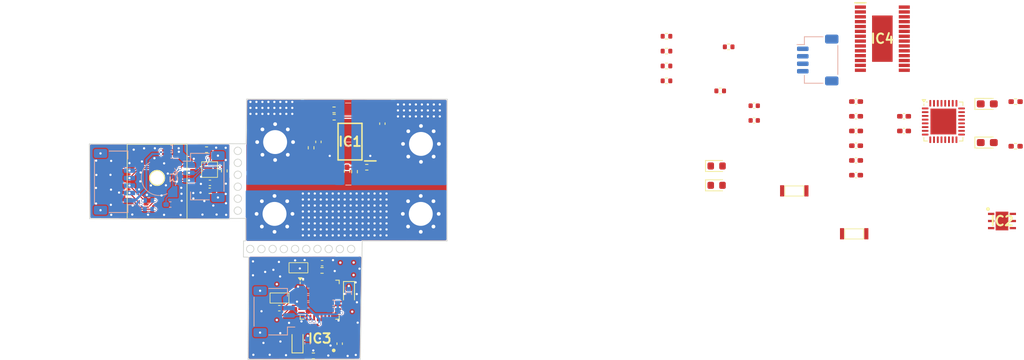
<source format=kicad_pcb>
(kicad_pcb (version 20240108) (generator "pcbnew") (generator_version "8.0")
  (layers (0 "F.Cu" signal) (31 "B.Cu" signal) (34 "B.Paste" user) (35 "F.Paste" user) (36 "B.SilkS" user "B.Silkscreen") (37 "F.SilkS" user "F.Silkscreen") (38 "B.Mask" user) (39 "F.Mask" user) (44 "Edge.Cuts" user))
  (net 0 "")
  (net 1 "GND")
  (net 2 "Net-(Tarvos1-MODE_1)")
  (net 3 "Net-(D1-A)")
  (net 4 "Net-(D2-A)")
  (net 5 "RX")
  (net 6 "TX")
  (net 7 "RX_GPS")
  (net 8 "TX_GPS")
  (net 9 "SCL_P")
  (net 10 "SDA_P")
  (net 12 "Net-(BT1-+)")
  (net 17 "Net-(Tarvos1-TX_IND)")
  (net 18 "Net-(Tarvos1-RX_IND)")
  (net 19 "Net-(Tarvos1-UTXD)")
  (net 20 "Net-(Tarvos1-URXD)")
  (net 21 "Net-(Tarvos1-BOOT)")
  (net 22 "VDD_IO")
  (net 23 "ADC1_IN2_CURR")
  (net 24 "+5V")
  (net 25 "ADC1_IN3_VBAT")
  (net 26 "VIN")
  (net 27 "Net-(IC1-A1)")
  (net 28 "Net-(IC1-OUT)")
  (net 29 "BAT+")
  (net 30 "Net-(IC1-A3)")
  (net 31 "Net-(PA1010D1-RX)")
  (net 32 "Net-(PA1010D1-TX)")
  (net 35 "Net-(U1-NRST)")
  (net 36 "Net-(U2-NRST)")
  (net 37 "Net-(U2-PH3)")
  (net 38 "Net-(D3-K)")
  (net 39 "Net-(D4-K)")
  (net 40 "Net-(D5-A)")
  (net 41 "Net-(D5-K)")
  (net 42 "Net-(D6-K)")
  (net 43 "Net-(D6-A)")
  (net 75 "ADC1_IN10")
  (net 76 "ADC1_IN9")
  (net 79 "LPRX")
  (net 80 "B2")
  (net 81 "ALIM")
  (net 83 "SWCLK")
  (net 85 "B1")
  (net 86 "SWO")
  (net 88 "SWDIO")
  (net 95 "LPTX")
  (net 103 "D+")
  (net 109 "ALIMGPS")
  (net 112 "D-")
  (net 114 "TIM1_CH2")
  (net 116 "TIM2_CH1")
  (footprint "" (layer "F.Cu") (at 87.37 68.46)
    (property "Reference" "")
    (property "Value" "")
  )
  (footprint "" (layer "F.Cu") (at 82.65 49.49)
    (property "Reference" "")
    (property "Value" "")
  )
  (footprint "kxt3:SW_KXT3" (layer "F.Cu") (at 152.6425 58.78)
    (property "Reference" "SW3" (hide yes))
    (property "Value" "RSTBTN" (hide yes))
  )
  (footprint "Resistor_SMD:R_0402_1005Metric" (layer "F.Cu") (at 129.425 33.59)
    (property "Reference" "R3" (hide yes))
    (property "Value" "1000" (hide yes))
  )
  (footprint "" (layer "F.Cu") (at 87.56 61.88)
    (property "Reference" "")
    (property "Value" "")
  )
  (footprint "" (layer "F.Cu") (at 85.78 61.9)
    (property "Reference" "")
    (property "Value" "")
  )
  (footprint "LDO40PURY:SON95P300X300X90-7N-D" (layer "F.Cu") (at 83.02 72.0425 180)
    (property "Reference" "IC3")
    (property "Value" "LDO40LPU33RY" (hide yes))
  )
  (footprint "kxt3:SW_KXT3" (layer "F.Cu") (at 82.075 61.8525 180)
    (property "Reference" "SW4" (hide yes))
    (property "Value" "boot" (hide yes))
  )
  (footprint "Resistor_SMD:R_0402_1005Metric" (layer "F.Cu") (at 67.88 46.78)
    (property "Reference" "R8" (hide yes))
    (property "Value" "2.2k" (hide yes))
  )
  (footprint "AT7456:SOP65P640X120-29N" (layer "F.Cu") (at 158.312 31.925)
    (property "Reference" "IC4")
    (property "Value" "AT7456E" (hide yes))
  )
  (footprint "Resistor_SMD:R_0402_1005Metric_Pad0.72x0.64mm_HandSolder" (layer "F.Cu") (at 176.1475 46.32)
    (property "Reference" "R24" (hide yes))
    (property "Value" "80R" (hide yes))
  )
  (footprint "Resistor_SMD:R_0402_1005Metric" (layer "F.Cu") (at 129.425 37.57)
    (property "Reference" "R5" (hide yes))
    (property "Value" "10k" (hide yes))
  )
  (footprint "Resistor_SMD:R_0402_1005Metric_Pad0.72x0.64mm_HandSolder" (layer "F.Cu") (at 83.33 62.9375)
    (property "Reference" "R21" (hide yes))
    (property "Value" "10k" (hide yes))
  )
  (footprint "" (layer "F.Cu") (at 87.55 63.55)
    (property "Reference" "")
    (property "Value" "")
  )
  (footprint "TestPoint:TestPoint_Pad_1.0x1.0mm" (layer "F.Cu") (at 91.02 50.18)
    (property "Reference" "REF**" (hide yes))
    (property "Value" "TestPoint_Pad_1.0x1.0mm" (hide yes))
  )
  (footprint "Resistor_SMD:R_0402_1005Metric" (layer "F.Cu") (at 129.425 31.6)
    (property "Reference" "R2" (hide yes))
    (property "Value" "220" (hide yes))
  )
  (footprint "kxt3:SW_KXT3" (layer "F.Cu") (at 144.625 53.04)
    (property "Reference" "SW1" (hide yes))
    (property "Value" "SW_Push" (hide yes))
  )
  (footprint "Capacitor_SMD:C_0402_1005Metric" (layer "F.Cu") (at 141.165 42.87)
    (property "Reference" "C2" (hide yes))
    (property "Value" "100u" (hide yes))
  )
  (footprint "MountingHole:MountingHole_3.2mm_M3_Pad_Via" (layer "F.Cu") (at 77.052944 45.762944)
    (property "Reference" "H2" (hide yes))
    (property "Value" "MountingHole_Pad" (hide yes))
  )
  (footprint "Capacitor_SMD:C_0402_1005Metric_Pad0.74x0.62mm_HandSolder" (layer "F.Cu") (at 154.7975 40.34)
    (property "Reference" "C11" (hide yes))
    (property "Value" "0.1u" (hide yes))
  )
  (footprint "PA1010D:PA1010D" (layer "F.Cu") (at 56.26 56.06)
    (property "Reference" "PA1010D1" (hide yes))
    (property "Value" "~" (hide yes))
  )
  (footprint "Capacitor_SMD:C_0402_1005Metric" (layer "F.Cu") (at 68.33 51.22)
    (property "Reference" "C5" (hide yes))
    (property "Value" "4.7u" (hide yes))
  )
  (footprint "LED_SMD:LED_0603_1608Metric_Pad1.05x0.95mm_HandSolder" (layer "F.Cu") (at 86.94 66.0825 -90)
    (property "Reference" "D6" (hide yes))
    (property "Value" "LED" (hide yes))
  )
  (footprint "" (layer "F.Cu") (at 84.06 49.48)
    (property "Reference" "")
    (property "Value" "")
  )
  (footprint "Resistor_SMD:R_0402_1005Metric" (layer "F.Cu") (at 136.613018 38.915)
    (property "Reference" "R6" (hide yes))
    (property "Value" "220" (hide yes))
  )
  (footprint "MountingHole:MountingHole_3.2mm_M3_Pad_Via" (layer "F.Cu") (at 96.57 46.01)
    (property "Reference" "H1" (hide yes))
    (property "Value" "MountingHole_Pad" (hide yes))
  )
  (footprint "Resistor_SMD:R_0402_1005Metric" (layer "F.Cu") (at 70.25 49.62 -90)
    (property "Reference" "R7" (hide yes))
    (property "Value" "2.2k" (hide yes))
  )
  (footprint "" (layer "F.Cu") (at 75.72 63.14)
    (property "Reference" "")
    (property "Value" "")
  )
  (footprint "TSC102:SOIC127P600X175-8N" (layer "F.Cu") (at 87.0755 45.705 180)
    (property "Reference" "IC1")
    (property "Value" "TSC102IDT" (hide yes))
  )
  (footprint "kxt3:SW_KXT3" (layer "F.Cu") (at 75.735 67.3625)
    (property "Reference" "SW5" (hide yes))
    (property "Value" "RSTBTN" (hide yes))
  )
  (footprint "Capacitor_SMD:C_0402_1005Metric_Pad0.74x0.62mm_HandSolder" (layer "F.Cu") (at 86.6775 49.7 90)
    (property "Reference" "C9" (hide yes))
    (property "Value" "100n" (hide yes))
  )
  (footprint "Resistor_SMD:R_0402_1005Metric" (layer "F.Cu") (at 129.425 35.58)
    (property "Reference" "R4" (hide yes))
    (property "Value" "1000" (hide yes))
  )
  (footprint "Capacitor_SMD:C_0402_1005Metric_Pad0.74x0.62mm_HandSolder" (layer "F.Cu") (at 154.7975 50.19)
    (property "Reference" "C17" (hide yes))
    (property "Value" "1u" (hide yes))
  )
  (footprint "" (layer "F.Cu") (at 89.68 50.18)
    (property "Reference" "")
    (property "Value" "")
  )
  (footprint "MountingHole:MountingHole_3.2mm_M3_Pad_Via" (layer "F.Cu") (at 96.542944 55.372944)
    (property "Reference" "H3" (hide yes))
    (property "Value" "MountingHole_Pad" (hide yes))
  )
  (footprint "LED_SMD:LED_0603_1608Metric_Pad1.05x0.95mm_HandSolder" (layer "F.Cu") (at 80.05 72.3125 90)
    (property "Reference" "D4" (hide yes))
    (property "Value" "LED" (hide yes))
  )
  (footprint "Capacitor_SMD:C_0402_1005Metric_Pad0.74x0.62mm_HandSolder" (layer "F.Cu") (at 154.7975 46.25)
    (property "Reference" "C15" (hide yes))
    (property "Value" "100n" (hide yes))
  )
  (footprint "Resistor_SMD:R_0402_1005Metric_Pad0.72x0.64mm_HandSolder" (layer "F.Cu") (at 89.3175 49.13)
    (property "Reference" "R13" (hide yes))
    (property "Value" "20k" (hide yes))
  )
  (footprint "Resistor_SMD:R_0402_1005Metric_Pad0.72x0.64mm_HandSolder" (layer "F.Cu") (at 81.8675 46.5275 90)
    (property "Reference" "R12" (hide yes))
    (property "Value" "1k" (hide yes))
  )
  (footprint "Capacitor_SMD:C_0402_1005Metric_Pad0.74x0.62mm_HandSolder" (layer "F.Cu") (at 154.7975 44.28)
    (property "Reference" "C14" (hide yes))
    (property "Value" "100n" (hide yes))
  )
  (footprint "Package_DFN_QFN:QFN-32-1EP_5x5mm_P0.5mm_EP3.45x3.45mm" (layer "F.Cu") (at 83.02 66.86)
    (property "Reference" "U2" (hide yes))
    (property "Value" "STM32L432KCUx" (hide yes))
  )
  (footprint "Capacitor_SMD:C_0402_1005Metric_Pad0.74x0.62mm_HandSolder" (layer "F.Cu") (at 161.2175 44.28)
    (property "Reference" "C26" (hide yes))
    (property "Value" "1u" (hide yes))
  )
  (footprint "Capacitor_SMD:C_0402_1005Metric_Pad0.74x0.62mm_HandSolder" (layer "F.Cu") (at 154.7975 48.22)
    (property "Reference" "C16" (hide yes))
    (property "Value" "10n" (hide yes))
  )
  (footprint "" (layer "F.Cu") (at 77.29 64.75)
    (property "Reference" "")
    (property "Value" "")
  )
  (footprint "LED_SMD:LED_0603_1608Metric_Pad1.05x0.95mm_HandSolder" (layer "F.Cu") (at 172.3525 45.83)
    (property "Reference" "D5" (hide yes))
    (property "Value" "LED" (hide yes))
  )
  (footprint "WSEN-PADS:WSEN-PADS" (layer "F.Cu") (at 68.18 48.72 180)
    (property "Reference" "WSEN-PADS1" (hide yes))
    (property "Value" "~" (hide yes))
  )
  (footprint "Resistor_SMD:R_0402_1005Metric_Pad0.72x0.64mm_HandSolder" (layer "F.Cu") (at 176.1475 40.35)
    (property "Reference" "R16" (hide yes))
    (property "Value" "80R" (hide yes))
  )
  (footprint "Package_DFN_QFN:QFN-32-1EP_5x5mm_P0.5mm_EP3.45x3.45mm" (layer "F.Cu") (at 166.4775 43.01)
    (property "Reference" "U1" (hide yes))
    (property "Value" "STM32L432KCUx" (hide yes))
  )
  (footprint "LED_SMD:LED_0603_1608Metric_Pad1.05x0.95mm_HandSolder" (layer "F.Cu") (at 172.3525 40.65)
    (property "Reference" "D3" (hide yes))
    (property "Value" "LED" (hide yes))
  )
  (footprint "Capacitor_SMD:C_0402_1005Metric" (layer "F.Cu") (at 68.3 52.28)
    (property "Reference" "C6" (hide yes))
    (property "Value" "100n" (hide yes))
  )
  (footprint "" (layer "F.Cu") (at 79.05 64.74)
    (property "Reference" "")
    (property "Value" "")
  )
  (footprint "LED_SMD:LED_0603_1608Metric" (layer "F.Cu") (at 136.135 51.55)
    (property "Reference" "D2" (hide yes))
    (property "Value" "LED_Small" (hide yes))
  )
  (footprint "" (layer "F.Cu") (at 77.28 69.57)
    (property "Reference" "")
    (property "Value" "")
  )
  (footprint "MountingHole:MountingHole_3.2mm_M3_Pad_Via" (layer "F.Cu") (at 76.972944 55.372944)
    (property "Reference" "H4" (hide yes))
    (property "Value" "MountingHole_Pad" (hide yes))
  )
  (footprint "Capacitor_SMD:C_0402_1005Metric_Pad0.74x0.62mm_HandSolder" (layer "F.Cu") (at 91.4075 43.3 90)
    (property "Reference" "C7" (hide yes))
    (property "Value" "10n" (hide yes))
  )
  (footprint "Capacitor_SMD:C_0402_1005Metric_Pad0.74x0.62mm_HandSolder" (layer "F.Cu") (at 161.2175 42.31)
    (property "Reference" "C25" (hide yes))
    (property "Value" "1u" (hide yes))
  )
  (footprint "Resistor_SMD:R_0402_1005Metric" (layer "F.Cu") (at 137.745 33.02)
    (property "Reference" "R1" (hide yes))
    (property "Value" "220" (hide yes))
  )
  (footprint "Capacitor_SMD:C_0402_1005Metric_Pad0.74x0.62mm_HandSolder" (layer "F.Cu") (at 85.69 72.7425 90)
    (property "Reference" "C27" (hide yes))
    (property "Value" "1u" (hide yes))
  )
  (footprint "Capacitor_SMD:C_0402_1005Metric_Pad0.74x0.62mm_HandSolder" (layer "F.Cu") (at 83.34 61.9675 180)
    (property "Reference" "C19" (hide yes))
    (property "Value" "10n" (hide yes))
  )
  (footprint "Resistor_SMD:R_0402_1005Metric_Pad0.72x0.64mm_HandSolder" (layer "F.Cu") (at 84.9575 42.43 180)
    (property "Reference" "R9" (hide yes))
    (property "Value" "100R" (hide yes))
  )
  (footprint "LDO40PURY:SON95P300X300X90-7N-D" (layer "F.Cu") (at 174.3225 56.325)
    (property "Reference" "IC2")
    (property "Value" "LDO40LPU33RY" (hide yes))
  )
  (footprint "Resistor_SMD:R_0402_1005Metric_Pad0.72x0.64mm_HandSolder" (layer "F.Cu") (at 84.9375 41.45 180)
    (property "Reference" "R11" (hide yes))
    (property "Value" "2k" (hide yes))
  )
  (footprint "Capacitor_SMD:C_0402_1005Metric_Pad0.74x0.62mm_HandSolder" (layer "F.Cu") (at 77.61 67.9925)
    (property "Reference" "C18" (hide yes))
    (property "Value" "0.1u" (hide yes))
  )
  (footprint "Resistor_SMD:R_0402_1005Metric_Pad0.72x0.64mm_HandSolder" (layer "F.Cu") (at 87.6775 49.72 90)
    (property "Reference" "R14" (hide yes))
    (property "Value" "10k" (hide yes))
  )
  (footprint "Capacitor_SMD:C_0402_1005Metric_Pad0.74x0.62mm_HandSolder" (layer "F.Cu") (at 154.7975 42.31)
    (property "Reference" "C13" (hide yes))
    (property "Value" "4.7u" (hide yes))
  )
  (footprint "Capacitor_SMD:C_0402_1005Metric" (layer "F.Cu") (at 141.165 40.9)
    (property "Reference" "C1" (hide yes))
    (property "Value" "10n" (hide yes))
  )
  (footprint "LED_SMD:LED_0603_1608Metric" (layer "F.Cu") (at 136.135 48.96)
    (property "Reference" "D1" (hide yes))
    (property "Value" "LED_Small" (hide yes))
  )
  (footprint "Resistor_SMD:R_0402_1005Metric_Pad0.72x0.64mm_HandSolder" (layer "F.Cu") (at 82.17 74.3725 180)
    (property "Reference" "R25" (hide yes))
    (property "Value" "80R" (hide yes))
  )
  (footprint "Capacitor_SMD:C_0402_1005Metric_Pad0.74x0.62mm_HandSolder" (layer "F.Cu") (at 82.8475 45.74 -90)
    (property "Reference" "C8" (hide yes))
    (property "Value" "1u" (hide yes))
  )
  (footprint "Resistor_SMD:R_0402_1005Metric_Pad0.72x0.64mm_HandSolder" (layer "B.Cu") (at 86.9 66 90)
    (property "Reference" "R19" (hide yes))
    (property "Value" "80R" (hide yes))
  )
  (footprint "Capacitor_SMD:C_0402_1005Metric_Pad0.74x0.62mm_HandSolder" (layer "B.Cu") (at 81.49 65.67 180)
    (property "Reference" "C22" (hide yes))
    (property "Value" "100n" (hide yes))
  )
  (footprint "Resistor_SMD:R_0402_1005Metric" (layer "B.Cu") (at 60.14 53.57)
    (property "Reference" "R17" (hide yes))
    (property "Value" "1000" (hide yes))
  )
  (footprint "Connector_JST:JST_SH_SM04B-SRSS-TB_1x04-1MP_P1.00mm_Horizontal" (layer "B.Cu") (at 76.915 68.46 90)
    (property "Reference" "J4" (hide yes))
    (property "Value" "Conn_01x04_Pin" (hide yes))
  )
  (footprint "Resistor_SMD:R_1020_2550Metric_Pad1.33x5.20mm_HandSolder" (layer "B.Cu") (at 86.8175 43.15 180)
    (property "Reference" "R10" (hide yes))
    (property "Value" "10m" (hide yes))
  )
  (footprint "Capacitor_SMD:C_0402_1005Metric_Pad0.74x0.62mm_HandSolder" (layer "B.Cu") (at 63.02 54.12)
    (property "Reference" "C10" (hide yes))
    (property "Value" "1u" (hide yes))
  )
  (footprint "Capacitor_SMD:C_0402_1005Metric_Pad0.74x0.62mm_HandSolder" (layer "B.Cu") (at 81.38 72.6825 -90)
    (property "Reference" "C28" (hide yes))
    (property "Value" "1u" (hide yes))
  )
  (footprint "Capacitor_SMD:C_0402_1005Metric_Pad0.74x0.62mm_HandSolder" (layer "B.Cu") (at 84.87 68.2525)
    (property "Reference" "C21" (hide yes))
    (property "Value" "100n" (hide yes))
  )
  (footprint "Resistor_SMD:R_0402_1005Metric" (layer "B.Cu") (at 60.12 54.74)
    (property "Reference" "R18" (hide yes))
    (property "Value" "1000" (hide yes))
  )
  (footprint "Capacitor_SMD:C_0402_1005Metric" (layer "B.Cu") (at 63.19 47.55 180)
    (property "Reference" "C4" (hide yes))
    (property "Value" "100u" (hide yes))
  )
  (footprint "Capacitor_SMD:C_0402_1005Metric_Pad0.74x0.62mm_HandSolder" (layer "B.Cu") (at 81.5 67.59 180)
    (property "Reference" "C23" (hide yes))
    (property "Value" "10n" (hide yes))
  )
  (footprint "Capacitor_SMD:C_0402_1005Metric_Pad0.74x0.62mm_HandSolder" (layer "B.Cu") (at 84.87 67.2725)
    (property "Reference" "C20" (hide yes))
    (property "Value" "4.7u" (hide yes))
  )
  (footprint "Resistor_SMD:R_1020_2550Metric_Pad1.33x5.20mm_HandSolder" (layer "B.Cu") (at 86.8575 48.91 180)
    (property "Reference" "R15" (hide yes))
    (property "Value" "10m" (hide yes))
  )
  (footprint "Capacitor_SMD:C_0402_1005Metric" (layer "B.Cu") (at 63.19 46.55 180)
    (property "Reference" "C3" (hide yes))
    (property "Value" "100u" (hide yes))
  )
  (footprint "Capacitor_SMD:C_0402_1005Metric_Pad0.74x0.62mm_HandSolder" (layer "B.Cu") (at 81.49 66.64 180)
    (property "Reference" "C24" (hide yes))
    (property "Value" "1u" (hide yes))
  )
  (footprint "Connector_JST:JST_SH_SM04B-SRSS-TB_1x04-1MP_P1.00mm_Horizontal" (layer "B.Cu") (at 67.525 50.38 -90)
    (property "Reference" "J3")
    (property "Value" "Conn_01x04_Pin" (hide yes))
  )
  (footprint "Connector_JST:JST_SH_SM06B-SRSS-TB_1x06-1MP_P1.00mm_Horizontal" (layer "B.Cu") (at 55.56 51.08 90)
    (property "Reference" "J2" (hide yes))
    (property "Value" "Conn_01x06" (hide yes))
  )
  (footprint "MS414:MS421R-IV03E" (layer "B.Cu") (at 60.45 48.11)
    (property "Reference" "BT1" (hide yes))
    (property "Value" "ML414S" (hide yes))
  )
  (footprint "Connector_JST:JST_SH_SM04B-SRSS-TB_1x04-1MP_P1.00mm_Horizontal" (layer "B.Cu") (at 149.665 34.78 -90)
    (property "Reference" "J1" (hide yes))
    (property "Value" "Conn_01x04_Pin" (hide yes))
  )
  (gr_circle (center 79.72 60.07) (end 80.22 60.07) (stroke (width 0.1)) (fill none) (layer "Edge.Cuts"))
  (gr_circle (center 87.22 60.07) (end 87.72 60.07) (stroke (width 0.1)) (fill none) (layer "Edge.Cuts"))
  (gr_circle (center 75.22 60.07) (end 75.72 60.07) (stroke (width 0.1)) (fill none) (layer "Edge.Cuts"))
  (gr_circle (center 85.72 60.07) (end 86.22 60.07) (stroke (width 0.1)) (fill none) (layer "Edge.Cuts"))
  (gr_circle (center 81.22 60.07) (end 81.72 60.07) (stroke (width 0.1)) (fill none) (layer "Edge.Cuts"))
  (gr_circle (center 82.72 60.07) (end 83.22 60.07) (stroke (width 0.1)) (fill none) (layer "Edge.Cuts"))
  (gr_circle (center 73.72 60.07) (end 74.22 60.07) (stroke (width 0.1)) (fill none) (layer "Edge.Cuts"))
  (gr_circle (center 72.06 51.74) (end 72.56 51.74) (stroke (width 0.1)) (fill none) (layer "Edge.Cuts"))
  (gr_circle (center 72.06 53.34) (end 72.56 53.34) (stroke (width 0.1)) (fill none) (layer "Edge.Cuts"))
  (gr_circle (center 84.22 60.07) (end 84.72 60.07) (stroke (width 0.1)) (fill none) (layer "Edge.Cuts"))
  (gr_circle (center 76.72 60.07) (end 77.22 60.07) (stroke (width 0.1)) (fill none) (layer "Edge.Cuts"))
  (gr_circle (center 78.22 60.07) (end 78.72 60.07) (stroke (width 0.1)) (fill none) (layer "Edge.Cuts"))
  (gr_circle (center 72.06 46.94) (end 72.56 46.94) (stroke (width 0.1)) (fill none) (layer "Edge.Cuts"))
  (gr_poly (pts (xy 72.83 58.99) (xy 73.1 58.98) (xy 73.1 55.97) (xy 70.98 55.98) (xy 70.88 56.09) (xy 52.24 56.02) (xy 52.19 46) (xy 70.91 45.98) (xy 73.17 45.99) (xy 73.23 40.01) (xy 100.1 40.02) (xy 100.08 59) (xy 88.71 58.99) (xy 88.45 74.84) (xy 73.42 74.86) (xy 73.5 61.17) (xy 72.81 61.15)) (stroke (width 0.1)) (fill none) (layer "Edge.Cuts"))
  (gr_circle (center 72.06 48.54) (end 72.56 48.54) (stroke (width 0.1)) (fill none) (layer "Edge.Cuts"))
  (gr_circle (center 72.06 54.94) (end 72.56 54.94) (stroke (width 0.1)) (fill none) (layer "Edge.Cuts"))
  (gr_circle (center 72.06 50.14) (end 72.56 50.14) (stroke (width 0.1)) (fill none) (layer "Edge.Cuts"))
  (via (at 75.04 71.26) (size 0.4) (drill 0.3) (layers "F.Cu" "B.Cu") (net 0))
  (via (at 75.04 65.66) (size 0.4) (drill 0.3) (layers "F.Cu" "B.Cu") (net 0))
  (via (at 86.36 58.25) (size 0.4) (drill 0.3) (layers "F.Cu" "B.Cu") (net 1))
  (via (at 84.76 56.65) (size 0.4) (drill 0.3) (layers "F.Cu" "B.Cu") (net 1))
  (via (at 87.16 54.25) (size 0.4) (drill 0.3) (layers "F.Cu" "B.Cu") (net 1))
  (via (at 83.96 55.05) (size 0.4) (drill 0.3) (layers "F.Cu" "B.Cu") (net 1))
  (via (at 75.72 63.14) (size 0.4) (drill 0.3) (layers "F.Cu" "B.Cu") (net 1))
  (via (at 82.36 53.45) (size 0.4) (drill 0.3) (layers "F.Cu" "B.Cu") (net 1))
  (via (at 88.76 53.45) (size 0.4) (drill 0.3) (layers "F.Cu" "B.Cu") (net 1))
  (via (at 87.96 56.65) (size 0.4) (drill 0.3) (layers "F.Cu" "B.Cu") (net 1))
  (via (at 88.34 62.71) (size 0.4) (drill 0.3) (layers "F.Cu" "B.Cu") (net 1))
  (via (at 85.56 56.65) (size 0.4) (drill 0.3) (layers "F.Cu" "B.Cu") (net 1))
  (via (at 83.96 57.45) (size 0.4) (drill 0.3) (layers "F.Cu" "B.Cu") (net 1))
  (via (at 88.76 58.25) (size 0.4) (drill 0.3) (layers "F.Cu" "B.Cu") (net 1))
  (via (at 67.33 55.47) (size 0.4) (drill 0.3) (layers "F.Cu" "B.Cu") (net 1))
  (via (at 83.16 56.65) (size 0.4) (drill 0.3) (layers "F.Cu" "B.Cu") (net 1))
  (via (at 60.05 55.48) (size 0.4) (drill 0.3) (layers "F.Cu" "B.Cu") (net 1))
  (via (at 53.685 47.28) (size 0.4) (drill 0.3) (layers "F.Cu" "B.Cu") (net 1))
  (via (at 91.96 57.45) (size 0.4) (drill 0.3) (layers "F.Cu" "B.Cu") (net 1))
  (via (at 66.1 52.58) (size 0.4) (drill 0.3) (layers "F.Cu" "B.Cu") (net 1))
  (via (at 86.36 52.65) (size 0.4) (drill 0.3) (layers "F.Cu" "B.Cu") (net 1))
  (via (at 83.96 54.25) (size 0.4) (drill 0.3) (layers "F.Cu" "B.Cu") (net 1))
  (via (at 87.16 56.65) (size 0.4) (drill 0.3) (layers "F.Cu" "B.Cu") (net 1))
  (via (at 75.23 68.4) (size 0.4) (drill 0.3) (layers "F.Cu" "B.Cu") (net 1))
  (via (at 87.16 52.65) (size 0.4) (drill 0.3) (layers "F.Cu" "B.Cu") (net 1))
  (via (at 55.07 54.16) (size 0.4) (drill 0.3) (layers "F.Cu" "B.Cu") (net 1))
  (via (at 74.09 63.59) (size 0.4) (drill 0.3) (layers "F.Cu" "B.Cu") (net 1))
  (via (at 87.96 55.85) (size 0.4) (drill 0.3) (layers "F.Cu" "B.Cu") (net 1))
  (via (at 85.03 63.02) (size 0.4) (drill 0.3) (layers "F.Cu" "B.Cu") (net 1))
  (via (at 83.16 58.25) (size 0.4) (drill 0.3) (layers "F.Cu" "B.Cu") (net 1))
  (via (at 76.82 62.86) (size 0.4) (drill 0.3) (layers "F.Cu" "B.Cu") (net 1))
  (via (at 66.11 53.31) (size 0.4) (drill 0.3) (layers "F.Cu" "B.Cu") (net 1))
  (via (at 61.85 52.91) (size 0.4) (drill 0.3) (layers "F.Cu" "B.Cu") (net 1))
  (via (at 59.06 49.83) (size 0.4) (drill 0.3) (layers "F.Cu" "B.Cu") (net 1))
  (via (at 89.56 53.45) (size 0.4) (drill 0.3) (layers "F.Cu" "B.Cu") (net 1))
  (via (at 70.45 52.7) (size 0.4) (drill 0.3) (layers "F.Cu" "B.Cu") (net 1))
  (via (at 70.44 46.53) (size 0.4) (drill 0.3) (layers "F.Cu" "B.Cu") (net 1))
  (via (at 57.99 54.25) (size 0.4) (drill 0.3) (layers "F.Cu" "B.Cu") (net 1))
  (via (at 87.96 54.25) (size 0.4) (drill 0.3) (layers "F.Cu" "B.Cu") (net 1))
  (via (at 55.12 55.5) (size 0.4) (drill 0.3) (layers "F.Cu" "B.Cu") (net 1))
  (via (at 87.96 52.65) (size 0.4) (drill 0.3) (layers "F.Cu" "B.Cu") (net 1))
  (via (at 60.96 46.59) (size 0.4) (drill 0.3) (layers "F.Cu" "B.Cu") (net 1))
  (via (at 77.72 63.75) (size 0.4) (drill 0.3) (layers "F.Cu" "B.Cu") (net 1))
  (via (at 80.8 64.08) (size 0.4) (drill 0.3) (layers "F.Cu" "B.Cu") (net 1))
  (via (at 74.14 74.23) (size 0.4) (drill 0.3) (layers "F.Cu" "B.Cu") (net 1))
  (via (at 83.96 55.85) (size 0.4) (drill 0.3) (layers "F.Cu" "B.Cu") (net 1))
  (via (at 86.36 54.25) (size 0.4) (drill 0.3) (layers "F.Cu" "B.Cu") (net 1))
  (via (at 90.36 55.05) (size 0.4) (drill 0.3) (layers "F.Cu" "B.Cu") (net 1))
  (via (at 82.36 52.65) (size 0.4) (drill 0.3) (layers "F.Cu" "B.Cu") (net 1))
  (via (at 91.16 57.45) (size 0.4) (drill 0.3) (layers "F.Cu" "B.Cu") (net 1))
  (via (at 83.96 56.65) (size 0.4) (drill 0.3) (layers "F.Cu" "B.Cu") (net 1))
  (via (at 91.16 52.65) (size 0.4) (drill 0.3) (layers "F.Cu" "B.Cu") (net 1))
  (via (at 82.36 58.25) (size 0.4) (drill 0.3) (layers "F.Cu" "B.Cu") (net 1))
  (via (at 59.23 48.36) (size 0.4) (drill 0.3) (layers "F.Cu" "B.Cu") (net 1))
  (via (at 77.56 61.8) (size 0.4) (drill 0.3) (layers "F.Cu" "B.Cu") (net 1))
  (via (at 55.09 52.13) (size 0.4) (drill 0.3) (layers "F.Cu" "B.Cu") (net 1))
  (via (at 67.58 53.65) (size 0.4) (drill 0.3) (layers "F.Cu" "B.Cu") (net 1))
  (via (at 62.2 48.61) (size 0.4) (drill 0.3) (layers "F.Cu" "B.Cu") (net 1))
  (via (at 81.56 58.25) (size 0.4) (drill 0.3) (layers "F.Cu" "B.Cu") (net 1))
  (via (at 53.685 54.88) (size 0.4) (drill 0.3) (layers "F.Cu" "B.Cu") (net 1))
  (via (at 70.5 55.5) (size 0.4) (drill 0.3) (layers "F.Cu" "B.Cu") (net 1))
  (via (at 91.96 52.65) (size 0.4) (drill 0.3) (layers "F.Cu" "B.Cu") (net 1))
  (via (at 90.36 54.25) (size 0.4) (drill 0.3) (layers "F.Cu" "B.Cu") (net 1))
  (via (at 89.56 52.65) (size 0.4) (drill 0.3) (layers "F.Cu" "B.Cu") (net 1))
  (via (at 67.12 51.36) (size 0.4) (drill 0.3) (layers "F.Cu" "B.Cu") (net 1))
  (via (at 88.76 57.45) (size 0.4) (drill 0.3) (layers "F.Cu" "B.Cu") (net 1))
  (via (at 85.56 54.25) (size 0.4) (drill 0.3) (layers "F.Cu" "B.Cu") (net 1))
  (via (at 86.76 74.38) (size 0.4) (drill 0.3) (layers "F.Cu" "B.Cu") (net 1))
  (via (at 53.13 50.16) (size 0.4) (drill 0.3) (layers "F.Cu" "B.Cu") (net 1))
  (via (at 83.16 55.05) (size 0.4) (drill 0.3) (layers "F.Cu" "B.Cu") (net 1))
  (via (at 91.16 54.25) (size 0.4) (drill 0.3) (layers "F.Cu" "B.Cu") (net 1))
  (via (at 83.96 53.45) (size 0.4) (drill 0.3) (layers "F.Cu" "B.Cu") (net 1))
  (via (at 67.07 52.52) (size 0.4) (drill 0.3) (layers "F.Cu" "B.Cu") (net 1))
  (via (at 89.56 58.25) (size 0.4) (drill 0.3) (layers "F.Cu" "B.Cu") (net 1))
  (via (at 81.56 56.65) (size 0.4) (drill 0.3) (layers "F.Cu" "B.Cu") (net 1))
  (via (at 76.33 74.23) (size 0.4) (drill 0.3) (layers "F.Cu" "B.Cu") (net 1))
  (via (at 83.16 57.45) (size 0.4) (drill 0.3) (layers "F.Cu" "B.Cu") (net 1))
  (via (at 83.16 54.25) (size 0.4) (drill 0.3) (layers "F.Cu" "B.Cu") (net 1))
  (via (at 90.36 53.45) (size 0.4) (drill 0.3) (layers "F.Cu" "B.Cu") (net 1))
  (via (at 82.36 54.25) (size 0.4) (drill 0.3) (layers "F.Cu" "B.Cu") (net 1))
  (via (at 84.76 53.45) (size 0.4) (drill 0.3) (layers "F.Cu" "B.Cu") (net 1))
  (via (at 70.48 53.95) (size 0.4) (drill 0.3) (layers "F.Cu" "B.Cu") (net 1))
  (via (at 84.76 52.65) (size 0.4) (drill 0.3) (layers "F.Cu" "B.Cu") (net 1))
  (via (at 88.76 52.65) (size 0.4) (drill 0.3) (layers "F.Cu" "B.Cu") (net 1))
  (via (at 91.16 55.05) (size 0.4) (drill 0.3) (layers "F.Cu" "B.Cu") (net 1))
  (via (at 80.76 55.85) (size 0.4) (drill 0.3) (layers "F.Cu" "B.Cu") (net 1))
  (via (at 81.56 57.45) (size 0.4) (drill 0.3) (layers "F.Cu" "B.Cu") (net 1))
  (via (at 57.94 55.46) (size 0.4) (drill 0.3) (layers "F.Cu" "B.Cu") (net 1))
  (via (at 69.4 53.18) (size 0.4) (drill 0.3) (layers "F.Cu" "B.Cu") (net 1))
  (via (at 85.56 55.85) (size 0.4) (drill 0.3) (layers "F.Cu" "B.Cu") (net 1))
  (via (at 82.16 73.65) (size 0.4) (drill 0.3) (layers "F.Cu" "B.Cu") (net 1))
  (via (at 81.56 53.45) (size 0.4) (drill 0.3) (layers "F.Cu" "B.Cu") (net 1))
  (via (at 79.73 61.59) (size 0.4) (drill 0.3) (layers "F.Cu" "B.Cu") (net 1))
  (via (at 84.76 55.05) (size 0.4) (drill 0.3) (layers "F.Cu" "B.Cu") (net 1))
  (via (at 91.96 55.85) (size 0.4) (drill 0.3) (layers "F.Cu" "B.Cu") (net 1))
  (via (at 88.76 55.85) (size 0.4) (drill 0.3) (layers "F.Cu" "B.Cu") (net 1))
  (via (at 70.45 48.17) (size 0.4) (drill 0.3) (layers "F.Cu" "B.Cu") (net 1))
  (via (at 75.49 72.64) (size 0.4) (drill 0.3) (layers "F.Cu" "B.Cu") (net 1))
  (via (at 53.08 51.9) (size 0.4) (drill 0.3) (layers "F.Cu" "B.Cu") (net 1))
  (via (at 90.36 55.85) (size 0.4) (drill 0.3) (layers "F.Cu" "B.Cu") (net 1))
  (via (at 88.76 55.05) (size 0.4) (drill 0.3) (layers "F.Cu" "B.Cu") (net 1))
  (via (at 84.76 54.25) (size 0.4) (drill 0.3) (layers "F.Cu" "B.Cu") (net 1))
  (via (at 91.96 58.25) (size 0.4) (drill 0.3) (layers "F.Cu" "B.Cu") (net 1))
  (via (at 59.89 52.83) (size 0.4) (drill 0.3) (layers "F.Cu" "B.Cu") (net 1))
  (via (at 64.41 55.52) (size 0.4) (drill 0.3) (layers "F.Cu" "B.Cu") (net 1))
  (via (at 69.4 47.58) (size 0.4) (drill 0.3) (layers "F.Cu" "B.Cu") (net 1))
  (via (at 89.56 55.05) (size 0.4) (drill 0.3) (layers "F.Cu" "B.Cu") (net 1))
  (via (at 70.46 51.33) (size 0.4) (drill 0.3) (layers "F.Cu" "B.Cu") (net 1))
  (via (at 81.56 52.65) (size 0.4) (drill 0.3) (layers "F.Cu" "B.Cu") (net 1))
  (via (at 82.36 55.85) (size 0.4) (drill 0.3) (layers "F.Cu" "B.Cu") (net 1))
  (via (at 87.96 57.45) (size 0.4) (drill 0.3) (layers "F.Cu" "B.Cu") (net 1))
  (via (at 84.76 57.45) (size 0.4) (drill 0.3) (layers "F.Cu" "B.Cu") (net 1))
  (via (at 86.36 57.45) (size 0.4) (drill 0.3) (layers "F.Cu" "B.Cu") (net 1))
  (via (at 90.36 52.65) (size 0.4) (drill 0.3) (layers "F.Cu" "B.Cu") (net 1))
  (via (at 91.96 53.45) (size 0.4) (drill 0.3) (layers "F.Cu" "B.Cu") (net 1))
  (via (at 62.44 51.55) (size 0.4) (drill 0.3) (layers "F.Cu" "B.Cu") (net 1))
  (via (at 55.02 50.15) (size 0.4) (drill 0.3) (layers "F.Cu" "B.Cu") (net 1))
  (via (at 90.36 57.45) (size 0.4) (drill 0.3) (layers "F.Cu" "B.Cu") (net 1))
  (via (at 85.54 69.64) (size 0.4) (drill 0.3) (layers "F.Cu" "B.Cu") (net 1))
  (via (at 62.69 49.98) (size 0.4) (drill 0.3) (layers "F.Cu" "B.Cu") (net 1))
  (via (at 80.58 69.76) (size 0.4) (drill 0.3) (layers "F.Cu" "B.Cu") (net 1))
  (via (at 60.43 51.57) (size 0.4) (drill 0.3) (layers "F.Cu" "B.Cu") (net 1))
  (via (at 87.96 55.05) (size 0.4) (drill 0.3) (layers "F.Cu" "B.Cu") (net 1))
  (via (at 56.17 52.52) (size 0.4) (drill 0.3) (layers "F.Cu" "B.Cu") (net 1))
  (via (at 57.56 48.58) (size 0.4) (drill 0.3) (layers "F.Cu" "B.Cu") (net 1))
  (via (at 87.16 57.45) (size 0.4) (drill 0.3) (layers "F.Cu" "B.Cu") (net 1))
  (via (at 86.36 55.85) (size 0.4) (drill 0.3) (layers "F.Cu" "B.Cu") (net 1))
  (via (at 80.76 53.45) (size 0.4) (drill 0.3) (layers "F.Cu" "B.Cu") (net 1))
  (via (at 85.56 57.45) (size 0.4) (drill 0.3) (layers "F.Cu" "B.Cu") (net 1))
  (via (at 87.96 53.45) (size 0.4) (drill 0.3) (layers "F.Cu" "B.Cu") (net 1))
  (via (at 69.16 46.51) (size 0.4) (drill 0.3) (layers "F.Cu" "B.Cu") (net 1))
  (via (at 80.76 57.45) (size 0.4) (drill 0.3) (layers "F.Cu" "B.Cu") (net 1))
  (via (at 63.9 51.06) (size 0.4) (drill 0.3) (layers "F.Cu" "B.Cu") (net 1))
  (via (at 64.52 52.68) (size 0.4) (drill 0.3) (layers "F.Cu" "B.Cu") (net 1))
  (via (at 85.56 55.05) (size 0.4) (drill 0.3) (layers "F.Cu" "B.Cu") (net 1))
  (via (at 88 67.2) (size 0.4) (drill 0.3) (layers "F.Cu" "B.Cu") (net 1))
  (via (at 89.56 54.25) (size 0.4) (drill 0.3) (layers "F.Cu" "B.Cu") (net 1))
  (via (at 87.96 58.25) (size 0.4) (drill 0.3) (layers "F.Cu" "B.Cu") (net 1))
  (via (at 83.16 53.45) (size 0.4) (drill 0.3) (layers "F.Cu" "B.Cu") (net 1))
  (via (at 87.16 55.05) (size 0.4) (drill 0.3) (layers "F.Cu" "B.Cu") (net 1))
  (via (at 82.36 56.65) (size 0.4) (drill 0.3) (layers "F.Cu" "B.Cu") (net 1))
  (via (at 89.56 57.45) (size 0.4) (drill 0.3) (layers "F.Cu" "B.Cu") (net 1))
  (via (at 81.56 55.05) (size 0.4) (drill 0.3) (layers "F.Cu" "B.Cu") (net 1))
  (via (at 87.16 53.45) (size 0.4) (drill 0.3) (layers "F.Cu" "B.Cu") (net 1))
  (via (at 91.16 58.25) (size 0.4) (drill 0.3) (layers "F.Cu" "B.Cu") (net 1))
  (via (at 81.56 55.85) (size 0.4) (drill 0.3) (layers "F.Cu" "B.Cu") (net 1))
  (via (at 84.76 55.85) (size 0.4) (drill 0.3) (layers "F.Cu" "B.Cu") (net 1))
  (via (at 82.36 57.45) (size 0.4) (drill 0.3) (layers "F.Cu" "B.Cu") (net 1))
  (via (at 77.76 72.45) (size 0.4) (drill 0.3) (layers "F.Cu" "B.Cu") (net 1))
  (via (at 80.76 58.25) (size 0.4) (drill 0.3) (layers "F.Cu" "B.Cu") (net 1))
  (via (at 77.74 71.33) (size 0.4) (drill 0.3) (layers "F.Cu" "B.Cu") (net 1))
  (via (at 68.78 54.26) (size 0.4) (drill 0.3) (layers "F.Cu" "B.Cu") (net 1))
  (via (at 83.16 52.65) (size 0.4) (drill 0.3) (layers "F.Cu" "B.Cu") (net 1))
  (via (at 80.76 56.65) (size 0.4) (drill 0.3) (layers "F.Cu" "B.Cu") (net 1))
  (via (at 84.8 61.56) (size 0.4) (drill 0.3) (layers "F.Cu" "B.Cu") (net 1))
  (via (at 86.32 66.08) (size 0.4) (drill 0.3) (layers "F.Cu" "B.Cu") (net 1))
  (via (at 59.52 46.6) (size 0.4) (drill 0.3) (layers "F.Cu" "B.Cu") (net 1))
  (via (at 91.96 56.65) (size 0.4) (drill 0.3) (layers "F.Cu" "B.Cu") (net 1))
  (via (at 80.76 54.25) (size 0.4) (drill 0.3) (layers "F.Cu" "B.Cu") (net 1))
  (via (at 78.51 74.28) (size 0.4) (drill 0.3) (layers "F.Cu" "B.Cu") (net 1))
  (via (at 81.56 54.25) (size 0.4) (drill 0.3) (layers "F.Cu" "B.Cu") (net 1))
  (via (at 91.96 55.05) (size 0.4) (drill 0.3) (layers "F.Cu" "B.Cu") (net 1))
  (via (at 67.14 50.4) (size 0.4) (drill 0.3) (layers "F.Cu" "B.Cu") (net 1))
  (via (at 80.76 52.65) (size 0.4) (drill 0.3) (layers "F.Cu" "B.Cu") (net 1))
  (via (at 58.84 52.1) (size 0.4) (drill 0.3) (layers "F.Cu" "B.Cu") (net 1))
  (via (at 84.17 74.33) (size 0.4) (drill 0.3) (layers "F.Cu" "B.Cu") (net 1))
  (via (at 83.96 52.65) (size 0.4) (drill 0.3) (layers "F.Cu" "B.Cu") (net 1))
  (via (at 88.76 54.25) (size 0.4) (drill 0.3) (layers "F.Cu" "B.Cu") (net 1))
  (via (at 84.76 58.25) (size 0.4) (drill 0.3) (layers "F.Cu" "B.Cu") (net 1))
  (via (at 87.16 58.25) (size 0.4) (drill 0.3) (layers "F.Cu" "B.Cu") (net 1))
  (via (at 78.915 69.96) (size 0.4) (drill 0.3) (layers "F.Cu" "B.Cu") (net 1))
  (via (at 66.17 48) (size 0.4) (drill 0.3) (layers "F.Cu" "B.Cu") (net 1))
  (via (at 69.22 55.46) (size 0.4) (drill 0.3) (layers "F.Cu" "B.Cu") (net 1))
  (via (at 59.02 51.02) (size 0.4) (drill 0.3) (layers "F.Cu" "B.Cu") (net 1))
  (via (at 81 61.54) (size 0.4) (drill 0.3) (layers "F.Cu" "B.Cu") (net 1))
  (via (at 85.56 58.25) (size 0.4) (drill 0.3) (layers "F.Cu" "B.Cu") (net 1))
  (via (at 85.56 53.45) (size 0.4) (drill 0.3) (layers "F.Cu" "B.Cu") (net 1))
  (via (at 88.1 69.93) (size 0.4) (drill 0.3) (layers "F.Cu" "B.Cu") (net 1))
  (via (at 53.09 53.99) (size 0.4) (drill 0.3) (layers "F.Cu" "B.Cu") (net 1))
  (via (at 91.96 54.25) (size 0.4) (drill 0.3) (layers "F.Cu" "B.Cu") (net 1))
  (via (at 53.1 48.25) (size 0.4) (drill 0.3) (layers "F.Cu" "B.Cu") (net 1))
  (via (at 87.85 74.25) (size 0.4) (drill 0.3) (layers "F.Cu" "B.Cu") (net 1))
  (via (at 83.16 55.85) (size 0.4) (drill 0.3) (layers "F.Cu" "B.Cu") (net 1))
  (via (at 87.16 55.85) (size 0.4) (drill 0.3) (layers "F.Cu" "B.Cu") (net 1))
  (via (at 86.36 56.65) (size 0.4) (drill 0.3) (layers "F.Cu" "B.Cu") (net 1))
  (via (at 89.56 55.85) (size 0.4) (drill 0.3) (layers "F.Cu" "B.Cu") (net 1))
  (via (at 83.02 72.0425) (size 0.4) (drill 0.3) (layers "F.Cu" "B.Cu") (net 1))
  (via (at 88.76 56.65) (size 0.4) (drill 0.3) (layers "F.Cu" "B.Cu") (net 1))
  (via (at 86.36 55.05) (size 0.4) (drill 0.3) (layers "F.Cu" "B.Cu") (net 1))
  (via (at 91.16 56.65) (size 0.4) (drill 0.3) (layers "F.Cu" "B.Cu") (net 1))
  (via (at 64.49 51.88) (size 0.4) (drill 0.3) (layers "F.Cu" "B.Cu") (net 1))
  (via (at 90.36 58.25) (size 0.4) (drill 0.3) (layers "F.Cu" "B.Cu") (net 1))
  (via (at 86.36 53.45) (size 0.4) (drill 0.3) (layers "F.Cu" "B.Cu") (net 1))
  (via (at 64.55 53.62) (size 0.4) (drill 0.3) (layers "F.Cu" "B.Cu") (net 1))
  (via (at 87.98 66.1) (size 0.4) (drill 0.3) (layers "F.Cu" "B.Cu") (net 1))
  (via (at 55.11 48.28) (size 0.4) (drill 0.3) (layers "F.Cu" "B.Cu") (net 1))
  (via (at 80.76 55.05) (size 0.4) (drill 0.3) (layers "F.Cu" "B.Cu") (net 1))
  (via (at 85.56 52.65) (size 0.4) (drill 0.3) (layers "F.Cu" "B.Cu") (net 1))
  (via (at 82.36 55.05) (size 0.4) (drill 0.3) (layers "F.Cu" "B.Cu") (net 1))
  (via (at 91.16 53.45) (size 0.4) (drill 0.3) (layers "F.Cu" "B.Cu") (net 1))
  (via (at 90.36 56.65) (size 0.4) (drill 0.3) (layers "F.Cu" "B.Cu") (net 1))
  (via (at 62.19 55.5) (size 0.4) (drill 0.3) (layers "F.Cu" "B.Cu") (net 1))
  (via (at 91.16 55.85) (size 0.4) (drill 0.3) (layers "F.Cu" "B.Cu") (net 1))
  (via (at 80.36 62.68) (size 0.4) (drill 0.3) (layers "F.Cu" "B.Cu") (net 1))
  (via (at 58.13 46.78) (size 0.4) (drill 0.3) (layers "F.Cu" "B.Cu") (net 1))
  (via (at 74.09 61.73) (size 0.4) (drill 0.3) (layers "F.Cu" "B.Cu") (net 1))
  (via (at 87.83 64.54) (size 0.4) (drill 0.3) (layers "F.Cu" "B.Cu") (net 1))
  (via (at 83.96 58.25) (size 0.4) (drill 0.3) (layers "F.Cu" "B.Cu") (net 1))
  (via (at 89.56 56.65) (size 0.4) (drill 0.3) (layers "F.Cu" "B.Cu") (net 1))
  (via (at 84.47 72.9925) (size 0.4) (drill 0.3) (layers "F.Cu" "B.Cu") (net 1))
  (via (at 60.9 47.92) (size 0.4) (drill 0.3) (layers "F.Cu" "B.Cu") (net 1))
  (segment (start 59.085 54.105) (end 57.56 52.58) (width 0.15) (layer "F.Cu") (net 7))
  (via (at 59.085 54.105) (size 0.4) (drill 0.3) (layers "F.Cu" "B.Cu") (net 7))
  (via (at 57.56 52.58) (size 0.4) (drill 0.3) (layers "F.Cu" "B.Cu") (net 7))
  (segment (start 59.085 54.105) (end 59.085 54.215) (width 0.15) (layer "B.Cu") (net 7))
  (segment (start 59.085 54.215) (end 59.61 54.74) (width 0.15) (layer "B.Cu") (net 7))
  (segment (start 57.56 51.58) (end 59.34 53.36) (width 0.15) (layer "F.Cu") (net 8))
  (segment (start 59.34 53.36) (end 59.34 53.61) (width 0.15) (layer "F.Cu") (net 8))
  (via (at 59.34 53.61) (size 0.4) (drill 0.3) (layers "F.Cu" "B.Cu") (net 8))
  (via (at 57.56 51.58) (size 0.4) (drill 0.3) (layers "F.Cu" "B.Cu") (net 8))
  (segment (start 63.006446 49.29) (end 58.85 49.29) (width 0.15) (layer "F.Cu") (net 9))
  (segment (start 64.596446 50.88) (end 63.006446 49.29) (width 0.15) (layer "F.Cu") (net 9))
  (segment (start 58.85 49.29) (end 57.56 50.58) (width 0.15) (layer "F.Cu") (net 9))
  (segment (start 69.12 49.11) (end 69.05 49.18) (width 0.15) (layer "F.Cu") (net 9))
  (segment (start 65.525 50.88) (end 64.596446 50.88) (width 0.15) (layer "F.Cu") (net 9))
  (segment (start 69.66 49.11) (end 69.12 49.11) (width 0.15) (layer "F.Cu") (net 9))
  (segment (start 70.25 49.11) (end 69.66 49.11) (width 0.15) (layer "F.Cu") (net 9))
  (via (at 65.525 50.88) (size 0.4) (drill 0.3) (layers "F.Cu" "B.Cu") (net 9))
  (via (at 57.56 50.58) (size 0.4) (drill 0.3) (layers "F.Cu" "B.Cu") (net 9))
  (via (at 69.66 49.11) (size 0.4) (drill 0.3) (layers "F.Cu" "B.Cu") (net 9))
  (segment (start 65.84 50.88) (end 67.61 49.11) (width 0.15) (layer "B.Cu") (net 9))
  (segment (start 67.61 49.11) (end 69.66 49.11) (width 0.15) (layer "B.Cu") (net 9))
  (segment (start 65.525 50.88) (end 65.84 50.88) (width 0.15) (layer "B.Cu") (net 9))
  (segment (start 63.11 49.04) (end 58.746446 49.04) (width 0.15) (layer "F.Cu") (net 10))
  (segment (start 68.39 48.56) (end 68.28 48.67) (width 0.15) (layer "F.Cu") (net 10))
  (segment (start 68.04 47.87) (end 68.06 47.87) (width 0.15) (layer "F.Cu") (net 10))
  (segment (start 68.39 46.78) (end 68.39 47.54) (width 0.15) (layer "F.Cu") (net 10))
  (segment (start 63.95 49.88) (end 63.11 49.04) (width 0.15) (layer "F.Cu") (net 10))
  (segment (start 58.206446 49.58) (end 57.56 49.58) (width 0.15) (layer "F.Cu") (net 10))
  (segment (start 58.746446 49.04) (end 58.206446 49.58) (width 0.15) (layer "F.Cu") (net 10))
  (segment (start 68.39 47.54) (end 68.39 48.56) (width 0.15) (layer "F.Cu") (net 10))
  (segment (start 65.525 49.88) (end 63.95 49.88) (width 0.15) (layer "F.Cu") (net 10))
  (segment (start 68.06 47.87) (end 68.39 47.54) (width 0.15) (layer "F.Cu") (net 10))
  (via (at 68.04 47.87) (size 0.4) (drill 0.3) (layers "F.Cu" "B.Cu") (net 10))
  (via (at 65.525 49.88) (size 0.4) (drill 0.3) (layers "F.Cu" "B.Cu") (net 10))
  (via (at 57.56 49.58) (size 0.4) (drill 0.3) (layers "F.Cu" "B.Cu") (net 10))
  (segment (start 66.486446 49.88) (end 65.525 49.88) (width 0.15) (layer "B.Cu") (net 10))
  (segment (start 67.52 48.86) (end 67.506446 48.86) (width 0.15) (layer "B.Cu") (net 10))
  (segment (start 67.506446 48.86) (end 66.486446 49.88) (width 0.15) (layer "B.Cu") (net 10))
  (segment (start 68.04 48.34) (end 67.52 48.86) (width 0.15) (layer "B.Cu") (net 10))
  (segment (start 68.04 47.87) (end 68.04 48.34) (width 0.15) (layer "B.Cu") (net 10))
  (segment (start 66.11 48.81) (end 64.79 48.81) (width 0.15) (layer "F.Cu") (net 12))
  (segment (start 64.79 48.81) (end 64.31 49.29) (width 0.15) (layer "F.Cu") (net 12))
  (via (at 64.31 49.29) (size 0.4) (drill 0.3) (layers "F.Cu" "B.Cu") (net 12))
  (segment (start 62.4525 54.12) (end 62.4525 53.2975) (width 0.15) (layer "B.Cu") (net 12))
  (segment (start 64.31 49.29) (end 63.35 50.25) (width 0.15) (layer "B.Cu") (net 12))
  (segment (start 62.4525 53.2975) (end 63.35 52.4) (width 0.15) (layer "B.Cu") (net 12))
  (segment (start 63.35 50.25) (end 63.35 52.4) (width 0.15) (layer "B.Cu") (net 12))
  (segment (start 79.98 67.12) (end 80.5725 67.12) (width 0.3) (layer "F.Cu") (net 22))
  (segment (start 80.5725 67.12) (end 80.5825 67.11) (width 0.3) (layer "F.Cu") (net 22))
  (segment (start 82.84 70.23) (end 82.97 70.1) (width 0.3) (layer "F.Cu") (net 22))
  (segment (start 61.78 47.35) (end 63.88 47.35) (width 0.3) (layer "F.Cu") (net 22))
  (segment (start 82.2325 70.23) (end 82.84 70.23) (width 0.3) (layer "F.Cu") (net 22))
  (segment (start 63.87 46.87) (end 64.15 46.59) (width 0.3) (layer "F.Cu") (net 22))
  (segment (start 61.77 46.87) (end 63.87 46.87) (width 0.3) (layer "F.Cu") (net 22))
  (segment (start 81.57 70.8925) (end 82.2325 70.23) (width 0.3) (layer "F.Cu") (net 22))
  (segment (start 67.355 49.035) (end 67.51 49.19) (width 0.3) (layer "F.Cu") (net 22))
  (segment (start 81.57 71.0925) (end 81.57 70.8925) (width 0.3) (layer "F.Cu") (net 22))
  (segment (start 67.355 48.455) (end 67.355 49.035) (width 0.3) (layer "F.Cu") (net 22))
  (segment (start 67.51 49.19) (end 68.343946 49.19) (width 0.3) (layer "F.Cu") (net 22))
  (segment (start 68.843946 49.69) (end 69.05 49.69) (width 0.3) (layer "F.Cu") (net 22))
  (segment (start 68.343946 49.19) (end 68.843946 49.69) (width 0.3) (layer "F.Cu") (net 22))
  (segment (start 63.88 47.35) (end 64.17 47.06) (width 0.3) (layer "F.Cu") (net 22))
  (segment (start 66.11 47.21) (end 67.355 48.455) (width 0.3) (layer "F.Cu") (net 22))
  (via (at 79.98 67.12) (size 0.4) (drill 0.3) (layers "F.Cu" "B.Cu") (net 22))
  (via (at 64.17 47.06) (size 0.4) (drill 0.3) (layers "F.Cu" "B.Cu") (net 22))
  (via (at 82.97 70.1) (size 0.4) (drill 0.3) (layers "F.Cu" "B.Cu") (net 22))
  (via (at 61.77 46.87) (size 0.4) (drill 0.3) (layers "F.Cu" "B.Cu") (net 22))
  (via (at 80.12 65.11) (size 0.4) (drill 0.3) (layers "F.Cu" "B.Cu") (net 22))
  (via (at 61.78 47.35) (size 0.4) (drill 0.3) (layers "F.Cu" "B.Cu") (net 22))
  (via (at 64.15 46.59) (size 0.4) (drill 0.3) (layers "F.Cu" "B.Cu") (net 22))
  (via (at 85.95 68.62) (size 0.4) (drill 0.3) (layers "F.Cu" "B.Cu") (net 22))
  (via (at 81.43 71.69) (size 0.4) (drill 0.3) (layers "F.Cu" "B.Cu") (net 22))
  (segment (start 58.334999 53.58) (end 59.83 52.084999) (width 0.3) (layer "B.Cu") (net 22))
  (segment (start 85.44 68.63) (end 85.44 68.255) (width 0.3) (layer "B.Cu") (net 22))
  (segment (start 82.345448 68.8125) (end 82.97 69.437052) (width 0.3) (layer "B.Cu") (net 22))
  (segment (start 57.56 53.58) (end 58.334999 53.58) (width 0.3) (layer "B.Cu") (net 22))
  (segment (start 61.77 46.87) (end 61.77 47.34) (width 0.3) (layer "B.Cu") (net 22))
  (segment (start 59.83 52.084999) (end 59.83 48.13) (width 0.3) (layer "B.Cu") (net 22))
  (segment (start 85.2575 68.8125) (end 85.44 68.63) (width 0.3) (layer "B.Cu") (net 22))
  (segment (start 85.805 68.62) (end 85.4375 68.2525) (width 0.3) (layer "B.Cu") (net 22))
  (segment (start 85.4375 67.2725) (end 85.4375 68.2525) (width 0.3) (layer "B.Cu") (net 22))
  (segment (start 85.95 68.62) (end 85.805 68.62) (width 0.3) (layer "B.Cu") (net 22))
  (segment (start 82.345448 68.8125) (end 85.2575 68.8125) (width 0.3) (layer "B.Cu") (net 22))
  (segment (start 82.97 69.437052) (end 82.97 70.1) (width 0.3) (layer "B.Cu") (net 22))
  (segment (start 60.61 47.35) (end 61.78 47.35) (width 0.3) (layer "B.Cu") (net 22))
  (segment (start 61.77 47.34) (end 61.78 47.35) (width 0.3) (layer "B.Cu") (net 22))
  (segment (start 85.44 68.255) (end 85.4375 68.2525) (width 0.3) (layer "B.Cu") (net 22))
  (segment (start 59.83 48.13) (end 60.61 47.35) (width 0.3) (layer "B.Cu") (net 22))
  (segment (start 78.915 66.96) (end 80.492948 66.96) (width 0.3) (layer "B.Cu") (net 22))
  (segment (start 80.492948 66.96) (end 82.345448 68.8125) (width 0.3) (layer "B.Cu") (net 22))
  (segment (start 90.725 49.885) (end 90.725 43.415) (width 0.15) (layer "F.Cu") (net 23))
  (segment (start 85.555 42.43) (end 91.105 42.43) (width 0.15) (layer "F.Cu") (net 23))
  (segment (start 91.105 42.43) (end 91.4075 42.7325) (width 0.15) (layer "F.Cu") (net 23))
  (segment (start 90.725 43.415) (end 91.4075 42.7325) (width 0.15) (layer "F.Cu") (net 23))
  (segment (start 91.02 50.18) (end 90.725 49.885) (width 0.15) (layer "F.Cu") (net 23))
  (segment (start 81.36 45.601804) (end 81.36 48.2) (width 0.15) (layer "F.Cu") (net 24))
  (segment (start 82.8475 45.1725) (end 81.789304 45.1725) (width 0.15) (layer "F.Cu") (net 24))
  (segment (start 81.36 48.2) (end 82.65 49.49) (width 0.15) (layer "F.Cu") (net 24))
  (segment (start 84.3635 45.07) (end 82.95 45.07) (width 0.15) (layer "F.Cu") (net 24))
  (segment (start 82.95 45.07) (end 82.8475 45.1725) (width 0.15) (layer "F.Cu") (net 24))
  (segment (start 81.789304 45.1725) (end 81.36 45.601804) (width 0.15) (layer "F.Cu") (net 24))
  (segment (start 86.6775 49.1325) (end 88.7175 49.1325) (width 0.15) (layer "F.Cu") (net 25))
  (segment (start 89.215 49.715) (end 89.68 50.18) (width 0.15) (layer "F.Cu") (net 25))
  (segment (start 88.72 49.13) (end 89.215 49.625) (width 0.15) (layer "F.Cu") (net 25))
  (segment (start 89.215 49.625) (end 89.215 49.715) (width 0.15) (layer "F.Cu") (net 25))
  (segment (start 88.7175 49.1325) (end 88.72 49.13) (width 0.15) (layer "F.Cu") (net 25))
  (segment (start 89.7875 47.61) (end 89.7875 49.0025) (width 0.15) (layer "F.Cu") (net 26))
  (segment (start 89.7875 49.0025) (end 89.915 49.13) (width 0.15) (layer "F.Cu") (net 26))
  (via (at 95.89 41.53) (size 0.4) (drill 0.3) (layers "F.Cu" "B.Cu") (net 26))
  (via (at 93.49 42.33) (size 0.4) (drill 0.3) (layers "F.Cu" "B.Cu") (net 26))
  (via (at 97.49 41.53) (size 0.4) (drill 0.3) (layers "F.Cu" "B.Cu") (net 26))
  (via (at 95.09 41.53) (size 0.4) (drill 0.3) (layers "F.Cu" "B.Cu") (net 26))
  (via (at 89.7875 47.61) (size 0.4) (drill 0.3) (layers "F.Cu" "B.Cu") (net 26))
  (via (at 99.09 41.53) (size 0.4) (drill 0.3) (layers "F.Cu" "B.Cu") (net 26))
  (via (at 99.09 40.73) (size 0.4) (drill 0.3) (layers "F.Cu" "B.Cu") (net 26))
  (via (at 94.29 40.73) (size 0.4) (drill 0.3) (layers "F.Cu" "B.Cu") (net 26))
  (via (at 96.69 41.53) (size 0.4) (drill 0.3) (layers "F.Cu" "B.Cu") (net 26))
  (via (at 95.89 42.33) (size 0.4) (drill 0.3) (layers "F.Cu" "B.Cu") (net 26))
  (via (at 95.89 40.73) (size 0.4) (drill 0.3) (layers "F.Cu" "B.Cu") (net 26))
  (via (at 94.29 42.33) (size 0.4) (drill 0.3) (layers "F.Cu" "B.Cu") (net 26))
  (via (at 93.49 41.53) (size 0.4) (drill 0.3) (layers "F.Cu" "B.Cu") (net 26))
  (via (at 99.09 42.33) (size 0.4) (drill 0.3) (layers "F.Cu" "B.Cu") (net 26))
  (via (at 98.29 42.33) (size 0.4) (drill 0.3) (layers "F.Cu" "B.Cu") (net 26))
  (via (at 97.49 42.33) (size 0.4) (drill 0.3) (layers "F.Cu" "B.Cu") (net 26))
  (via (at 97.49 40.73) (size 0.4) (drill 0.3) (layers "F.Cu" "B.Cu") (net 26))
  (via (at 98.29 40.73) (size 0.4) (drill 0.3) (layers "F.Cu" "B.Cu") (net 26))
  (via (at 95.09 40.73) (size 0.4) (drill 0.3) (layers "F.Cu" "B.Cu") (net 26))
  (via (at 93.49 40.73) (size 0.4) (drill 0.3) (layers "F.Cu" "B.Cu") (net 26))
  (via (at 96.69 42.33) (size 0.4) (drill 0.3) (layers "F.Cu" "B.Cu") (net 26))
  (via (at 95.09 42.33) (size 0.4) (drill 0.3) (layers "F.Cu" "B.Cu") (net 26))
  (via (at 98.29 41.53) (size 0.4) (drill 0.3) (layers "F.Cu" "B.Cu") (net 26))
  (via (at 94.29 41.53) (size 0.4) (drill 0.3) (layers "F.Cu" "B.Cu") (net 26))
  (via (at 96.69 40.73) (size 0.4) (drill 0.3) (layers "F.Cu" "B.Cu") (net 26))
  (segment (start 89.7875 43.8) (end 89.7875 45.07) (width 0.15) (layer "F.Cu") (net 27))
  (segment (start 84.34 43.7765) (end 84.3635 43.8) (width 0.15) (layer "F.Cu") (net 28))
  (segment (start 84.34 41.45) (end 84.34 43.7765) (width 0.15) (layer "F.Cu") (net 28))
  (via (at 74.55 40.39) (size 0.4) (drill 0.3) (layers "F.Cu" "B.Cu") (net 29))
  (via (at 75.35 41.99) (size 0.4) (drill 0.3) (layers "F.Cu" "B.Cu") (net 29))
  (via (at 75.35 41.19) (size 0.4) (drill 0.3) (layers "F.Cu" "B.Cu") (net 29))
  (via (at 76.95 41.19) (size 0.4) (drill 0.3) (layers "F.Cu" "B.Cu") (net 29))
  (via (at 84.3635 47.61) (size 0.4) (drill 0.3) (layers "F.Cu" "B.Cu") (net 29))
  (via (at 78.55 41.19) (size 0.4) (drill 0.3) (layers "F.Cu" "B.Cu") (net 29))
  (via (at 77.75 41.99) (size 0.4) (drill 0.3) (layers "F.Cu" "B.Cu") (net 29))
  (via (at 76.15 40.39) (size 0.4) (drill 0.3) (layers "F.Cu" "B.Cu") (net 29))
  (via (at 79.35 41.19) (size 0.4) (drill 0.3) (layers "F.Cu" "B.Cu") (net 29))
  (via (at 78.55 41.99) (size 0.4) (drill 0.3) (layers "F.Cu" "B.Cu") (net 29))
  (via (at 74.55 41.19) (size 0.4) (drill 0.3) (layers "F.Cu" "B.Cu") (net 29))
  (via (at 76.15 41.99) (size 0.4) (drill 0.3) (layers "F.Cu" "B.Cu") (net 29))
  (via (at 77.75 41.19) (size 0.4) (drill 0.3) (layers "F.Cu" "B.Cu") (net 29))
  (via (at 76.95 41.99) (size 0.4) (drill 0.3) (layers "F.Cu" "B.Cu") (net 29))
  (via (at 73.75 41.19) (size 0.4) (drill 0.3) (layers "F.Cu" "B.Cu") (net 29))
  (via (at 76.15 41.19) (size 0.4) (drill 0.3) (layers "F.Cu" "B.Cu") (net 29))
  (via (at 77.75 40.39) (size 0.4) (drill 0.3) (layers "F.Cu" "B.Cu") (net 29))
  (via (at 78.55 40.39) (size 0.4) (drill 0.3) (layers "F.Cu" "B.Cu") (net 29))
  (via (at 74.55 41.99) (size 0.4) (drill 0.3) (layers "F.Cu" "B.Cu") (net 29))
  (via (at 79.35 40.39) (size 0.4) (drill 0.3) (layers "F.Cu" "B.Cu") (net 29))
  (via (at 73.75 40.39) (size 0.4) (drill 0.3) (layers "F.Cu" "B.Cu") (net 29))
  (via (at 76.95 40.39) (size 0.4) (drill 0.3) (layers "F.Cu" "B.Cu") (net 29))
  (via (at 75.35 40.39) (size 0.4) (drill 0.3) (layers "F.Cu" "B.Cu") (net 29))
  (via (at 73.75 41.99) (size 0.4) (drill 0.3) (layers "F.Cu" "B.Cu") (net 29))
  (via (at 79.35 41.99) (size 0.4) (drill 0.3) (layers "F.Cu" "B.Cu") (net 29))
  (segment (start 84.801 46.34) (end 84.3635 46.34) (width 0.15) (layer "F.Cu") (net 30))
  (segment (start 85.0225 43.0215) (end 85.35 43.349) (width 0.15) (layer "F.Cu") (net 30))
  (segment (start 85.0225 41.9625) (end 85.0225 43.0215) (width 0.15) (layer "F.Cu") (net 30))
  (segment (start 85.35 45.791) (end 84.801 46.34) (width 0.15) (layer "F.Cu") (net 30))
  (segment (start 82.0325 45.765) (end 83.7885 45.765) (width 0.15) (layer "F.Cu") (net 30))
  (segment (start 85.535 41.45) (end 85.0225 41.9625) (width 0.15) (layer "F.Cu") (net 30))
  (segment (start 83.7885 45.765) (end 84.3635 46.34) (width 0.15) (layer "F.Cu") (net 30))
  (segment (start 85.35 43.349) (end 85.35 45.791) (width 0.15) (layer "F.Cu") (net 30))
  (segment (start 81.8675 45.93) (end 82.0325 45.765) (width 0.15) (layer "F.Cu") (net 30))
  (segment (start 56.41 54.91) (end 56.57 54.75) (width 0.15) (layer "F.Cu") (net 31))
  (segment (start 56.57 54.75) (end 60.95 54.75) (width 0.15) (layer "F.Cu") (net 31))
  (via (at 60.95 54.75) (size 0.4) (drill 0.3) (layers "F.Cu" "B.Cu") (net 31))
  (segment (start 57.77 53.31) (end 56.41 53.31) (width 0.15) (layer "F.Cu") (net 32))
  (segment (start 57.89 53.440331) (end 57.89 53.43) (width 0.15) (layer "F.Cu") (net 32))
  (segment (start 60.07 54.48) (end 58.929669 54.48) (width 0.15) (layer "F.Cu") (net 32))
  (segment (start 58.929669 54.48) (end 57.89 53.440331) (width 0.15) (layer "F.Cu") (net 32))
  (segment (start 60.98 53.57) (end 60.07 54.48) (width 0.15) (layer "F.Cu") (net 32))
  (segment (start 57.89 53.43) (end 57.77 53.31) (width 0.15) (layer "F.Cu") (net 32))
  (via (at 60.98 53.57) (size 0.4) (drill 0.3) (layers "F.Cu" "B.Cu") (net 32))
  (segment (start 77.76 64.78) (end 79.26 66.28) (width 0.15) (layer "F.Cu") (net 36))
  (segment (start 79.26 66.6125) (end 79.26 66.91) (width 0.15) (layer "F.Cu") (net 36))
  (segment (start 79.26 66.91) (end 78.1775 67.9925) (width 0.15) (layer "F.Cu") (net 36))
  (segment (start 77.28 64.78) (end 77.76 64.78) (width 0.15) (layer "F.Cu") (net 36))
  (segment (start 79.2625 66.61) (end 79.26 66.6125) (width 0.15) (layer "F.Cu") (net 36))
  (segment (start 80.5825 66.61) (end 79.2625 66.61) (width 0.15) (layer "F.Cu") (net 36))
  (segment (start 79.26 66.28) (end 79.26 66.6125) (width 0.15) (layer "F.Cu") (net 36))
  (segment (start 77.22 64.78) (end 77.28 64.78) (width 0.15) (layer "F.Cu") (net 36))
  (via (at 77.28 64.78) (size 0.4) (drill 0.3) (layers "F.Cu" "B.Cu") (net 36))
  (via (at 86.91 65.02) (size 0.4) (drill 0.3) (layers "F.Cu" "B.Cu") (net 42))
  (segment (start 86.7875 67.11) (end 86.94 66.9575) (width 0.15) (layer "F.Cu") (net 43))
  (segment (start 85.4575 67.11) (end 86.7875 67.11) (width 0.15) (layer "F.Cu") (net 43))
  (via (at 82.26 69.78) (size 0.4) (drill 0.3) (layers "F.Cu" "B.Cu") (net 75))
  (segment (start 81.230331 68.71) (end 82.26 69.739669) (width 0.15) (layer "B.Cu") (net 75))
  (segment (start 78.915 67.96) (end 79.25 67.96) (width 0.15) (layer "B.Cu") (net 75))
  (segment (start 79.25 67.96) (end 80 68.71) (width 0.15) (layer "B.Cu") (net 75))
  (segment (start 82.26 69.739669) (end 82.26 69.78) (width 0.15) (layer "B.Cu") (net 75))
  (segment (start 80 68.71) (end 81.230331 68.71) (width 0.15) (layer "B.Cu") (net 75))
  (via (at 81.76 69.77) (size 0.4) (drill 0.3) (layers "F.Cu" "B.Cu") (net 76))
  (segment (start 80.95 68.96) (end 81.76 69.77) (width 0.15) (layer "B.Cu") (net 76))
  (segment (start 78.915 68.96) (end 80.95 68.96) (width 0.15) (layer "B.Cu") (net 76))
  (segment (start 85.4575 63.9825) (end 87.56 61.88) (width 0.15) (layer "F.Cu") (net 83))
  (segment (start 85.4575 65.11) (end 85.4575 63.9825) (width 0.15) (layer "F.Cu") (net 83))
  (via (at 87.56 61.88) (size 0.4) (drill 0.3) (layers "F.Cu" "B.Cu") (net 83))
  (segment (start 85.353947 63.7325) (end 85.78 63.306447) (width 0.15) (layer "F.Cu") (net 86))
  (segment (start 84.47 63.947392) (end 84.684892 63.7325) (width 0.15) (layer "F.Cu") (net 86))
  (segment (start 84.684892 63.7325) (end 85.353947 63.7325) (width 0.15) (layer "F.Cu") (net 86))
  (segment (start 85.78 63.306447) (end 85.78 61.9) (width 0.15) (layer "F.Cu") (net 86))
  (segment (start 84.27 64.4225) (end 84.47 64.2225) (width 0.15) (layer "F.Cu") (net 86))
  (segment (start 84.47 64.2225) (end 84.47 63.947392) (width 0.15) (layer "F.Cu") (net 86))
  (via (at 85.78 61.9) (size 0.4) (drill 0.3) (layers "F.Cu" "B.Cu") (net 86))
  (segment (start 86.91 63.55) (end 87.55 63.55) (width 0.15) (layer "F.Cu") (net 88))
  (segment (start 86.29 65.23) (end 86.29 64.17) (width 0.15) (layer "F.Cu") (net 88))
  (segment (start 85.4575 65.61) (end 85.91 65.61) (width 0.15) (layer "F.Cu") (net 88))
  (segment (start 85.91 65.61) (end 86.29 65.23) (width 0.15) (layer "F.Cu") (net 88))
  (segment (start 86.29 64.17) (end 86.91 63.55) (width 0.15) (layer "F.Cu") (net 88))
  (via (at 87.55 63.55) (size 0.4) (drill 0.3) (layers "F.Cu" "B.Cu") (net 88))
  (segment (start 86.744999 68.46) (end 87.37 68.46) (width 0.15) (layer "F.Cu") (net 114))
  (segment (start 85.894999 67.61) (end 86.744999 68.46) (width 0.15) (layer "F.Cu") (net 114))
  (segment (start 85.4575 67.61) (end 85.894999 67.61) (width 0.15) (layer "F.Cu") (net 114))
  (via (at 87.37 68.46) (size 0.4) (drill 0.3) (layers "F.Cu" "B.Cu") (net 114))
  (segment (start 80.5825 67.61) (end 79.398486 67.61) (width 0.15) (layer "F.Cu") (net 116))
  (segment (start 79.398486 67.61) (end 77.438486 69.57) (width 0.15) (layer "F.Cu") (net 116))
  (segment (start 77.438486 69.57) (end 77.28 69.57) (width 0.15) (layer "F.Cu") (net 116))
  (via (at 77.28 69.57) (size 0.4) (drill 0.3) (layers "F.Cu" "B.Cu") (net 116))
  (zone (net 22) (net_name "VDD_IO") (layer "F.Cu") (priority 12) (connect_pads yes (clearance 0.15)) (min_thickness 0.25) (fill yes (thermal_gap 0.5) (thermal_bridge_width 0.5))
    (polygon (pts (xy 82.01 72.21) (xy 81.12 72.21) (xy 79.56 71.95) (xy 79.55 70.81) (xy 81.99 70.78) (xy 82.02 72.22)))
  )
  (zone (net 0) (net_name "") (layer "F.Cu") (connect_pads yes (clearance 0)) (min_thickness 0.25)
    (keepout (tracks not_allowed) (vias not_allowed) (pads not_allowed) (copperpour not_allowed) (footprints allowed))
    (fill (thermal_gap 0.5) (thermal_bridge_width 0.5))
    (polygon (pts (xy 93.04 49.62) (xy 100.09 49.62) (xy 100.09 50.04) (xy 100.08 50.05) (xy 92.71 50.05) (xy 92.65 49.99) (xy 92.65 40.02) (xy 93.03 40.02) (xy 93.04 40.03)))
  )
  (zone (net 37) (net_name "Net-(U2-PH3)") (layer "F.Cu") (priority 15) (connect_pads yes (clearance 0.15)) (min_thickness 0.25) (fill yes (thermal_gap 0.5) (thermal_bridge_width 0.5))
    (polygon (pts (xy 83.14 61.65) (xy 82.41 61.66) (xy 81.49 61.88) (xy 81.5 63.33) (xy 81.63 64.02) (xy 81.64 64.88) (xy 81.89 64.87) (xy 81.91 64.02) (xy 83.06 63.26) (xy 83.12 61.65)))
  )
  (zone (net 22) (net_name "VDD_IO") (layer "F.Cu") (priority 2) (connect_pads yes (clearance 0.15)) (min_thickness 0.25) (fill yes (thermal_gap 0.5) (thermal_bridge_width 0.5))
    (polygon (pts (xy 67.65 47.04) (xy 67.08 47.61) (xy 64.36 47.61) (xy 64.13 47.84) (xy 63.37 47.84) (xy 63.36 47.83) (xy 63.36 45.97) (xy 67.54 45.97) (xy 67.65 46.08) (xy 67.65 46.53)))
  )
  (zone (net 22) (net_name "VDD_IO") (layer "F.Cu") (priority 1) (connect_pads yes (clearance 0.15)) (min_thickness 0.25) (fill yes (thermal_gap 0.5) (thermal_bridge_width 0.5))
    (polygon (pts (xy 69.68 49.52) (xy 70.01 49.85) (xy 70.59 49.85) (xy 70.59 50.41) (xy 69.3 51.7) (xy 69.26 51.7) (xy 69.16 51.8) (xy 69.16 52.58) (xy 69.14 52.6) (xy 68.48 52.6) (xy 68.48 50.89) (xy 68.61 50.76) (xy 68.61 50.01) (xy 68.62 50) (xy 68.83 50) (xy 68.88 49.95) (xy 68.88 49.52)))
  )
  (zone (net 29) (net_name "BAT+") (layer "F.Cu") (priority 8) (connect_pads yes (clearance 0)) (min_thickness 0.25) (fill yes (thermal_gap 0.5) (thermal_bridge_width 0.5))
    (polygon (pts (xy 80.59 49.71) (xy 73.2 49.71) (xy 73.2 40.11) (xy 73.3 40.01) (xy 80.59 40.01)))
  )
  (zone (net 26) (net_name "VIN") (layer "F.Cu") (priority 9) (connect_pads yes (clearance 0)) (min_thickness 0.25) (fill yes (thermal_gap 0.5) (thermal_bridge_width 0.5))
    (polygon (pts (xy 93.04 49.62) (xy 100.09 49.62) (xy 100.09 40.06) (xy 100.06 40.03) (xy 93.04 40.03)))
  )
  (zone (net 24) (net_name "+5V") (layer "F.Cu") (priority 13) (connect_pads yes (clearance 0.15)) (min_thickness 0.25) (fill yes (thermal_gap 0.5) (thermal_bridge_width 0.5))
    (polygon (pts (xy 86.04 72.59) (xy 85.39 72.58) (xy 84.03 72.24) (xy 84.03 70.87) (xy 87.47 70.85) (xy 87.46 71.85) (xy 86.54 71.85) (xy 86.01 72.58)))
  )
  (zone (net 1) (net_name "GND") (layer "F.Cu") (priority 4) (connect_pads yes (clearance 0.15)) (min_thickness 0.25) (fill yes (thermal_gap 0.5) (thermal_bridge_width 0.5))
    (polygon (pts (xy 94.55 40.02) (xy 73.29 40.02) (xy 73.123162 58.98) (xy 100.08 58.98) (xy 100.08 40.05)))
  )
  (zone (net 22) (net_name "VDD_IO") (layer "F.Cu") (priority 14) (connect_pads yes (clearance 0.15)) (min_thickness 0.25) (fill yes (thermal_gap 0.5) (thermal_bridge_width 0.5))
    (polygon (pts (xy 79.61 65.25) (xy 78.54 65.24) (xy 78.18 63.38) (xy 78.17 61.86) (xy 78.93 61.85) (xy 78.94 63.32) (xy 81.01 64.98) (xy 81.02 65.22) (xy 80.3 65.24) (xy 79.84 65.33)))
  )
  (zone (net 1) (net_name "GND") (layers "F&B.Cu") (connect_pads yes (clearance 0.15)) (min_thickness 0.25) (fill yes (thermal_gap 0.5) (thermal_bridge_width 0.5))
    (polygon (pts (xy 52.22 46) (xy 52.22 55.99) (xy 52.24 56.01) (xy 70.92 56.01) (xy 70.92 45.99) (xy 70.65 46)))
  )
  (zone (net 1) (net_name "GND") (layers "F&B.Cu") (priority 10) (connect_pads yes (clearance 0.15)) (min_thickness 0.25) (fill yes (thermal_gap 0.5) (thermal_bridge_width 0.5))
    (polygon (pts (xy 73.44 74.87) (xy 88.44 74.82) (xy 88.66 61.1) (xy 73.51 61.12) (xy 73.43 74.87)))
  )
  (zone (net 0) (net_name "") (layers "F.Cu" "Edge.Cuts") (connect_pads yes (clearance 0)) (min_thickness 0.25)
    (keepout (tracks not_allowed) (vias not_allowed) (pads not_allowed) (copperpour not_allowed) (footprints allowed))
    (fill (thermal_gap 0.5) (thermal_bridge_width 0.5))
    (polygon (pts (xy 80.59 40.01) (xy 80.59 49.71) (xy 73.2 49.71) (xy 73.19 49.7) (xy 73.19 50.11) (xy 80.77 50.11) (xy 80.82 50.06) (xy 80.84 40) (xy 80.6 40)))
  )
  (zone (net 1) (net_name "GND") (layer "B.Cu") (priority 6) (connect_pads yes (clearance 0.15)) (min_thickness 0.25) (fill yes (thermal_gap 0.5) (thermal_bridge_width 0.5))
    (polygon (pts (xy 73.12 52.230816) (xy 73.12 58.98) (xy 100.04 58.98) (xy 100.04 52.18)))
  )
  (zone (net 22) (net_name "VDD_IO") (layer "B.Cu") (priority 3) (connect_pads yes (clearance 0.15)) (min_thickness 0.25) (fill yes (thermal_gap 0.5) (thermal_bridge_width 0.5))
    (polygon (pts (xy 63.42 46.23) (xy 63.42 47.81) (xy 63.46 47.85) (xy 64.1 47.85) (xy 64.78 48.53) (xy 64.78 49.19) (xy 66.32 49.19) (xy 66.34 49.17) (xy 66.34 48.67) (xy 64.83 47.16) (xy 64.78 47.16) (xy 64.74 47.12) (xy 64.74 46.06) (xy 63.45 46.06) (xy 63.4 46.11) (xy 63.4 46.23)))
  )
  (zone (net 26) (net_name "VIN") (layer "B.Cu") (priority 5) (connect_pads yes (clearance 0.15)) (min_thickness 0.25) (fill yes (thermal_gap 0.5) (thermal_bridge_width 0.5))
    (polygon (pts (xy 87.26 51.48) (xy 87.270294 51.53) (xy 100.06 51.53) (xy 100.06 40.03) (xy 87.26 40.05) (xy 87.26 40.32)))
  )
  (zone (net 29) (net_name "BAT+") (layer "B.Cu") (priority 7) (connect_pads yes (clearance 0.15)) (min_thickness 0.25) (fill yes (thermal_gap 0.5) (thermal_bridge_width 0.5))
    (polygon (pts (xy 86.32 51.45) (xy 86.312827 51.48) (xy 73.202898 51.48) (xy 73.28 40.04) (xy 86.31 40.04) (xy 86.32 40.05)))
  )
  (zone (net 22) (net_name "VDD_IO") (layer "B.Cu") (priority 11) (connect_pads yes (clearance 0.15)) (min_thickness 0.25) (fill yes (thermal_gap 0.5) (thermal_bridge_width 0.5))
    (polygon (pts (xy 81.41 65.65) (xy 81.36 68.25) (xy 80.49 68.22) (xy 79.6 67.4) (xy 78.13 67.33) (xy 78.07 66.56) (xy 80.14 64.98) (xy 81.01 64.99)))
  )
)
</source>
